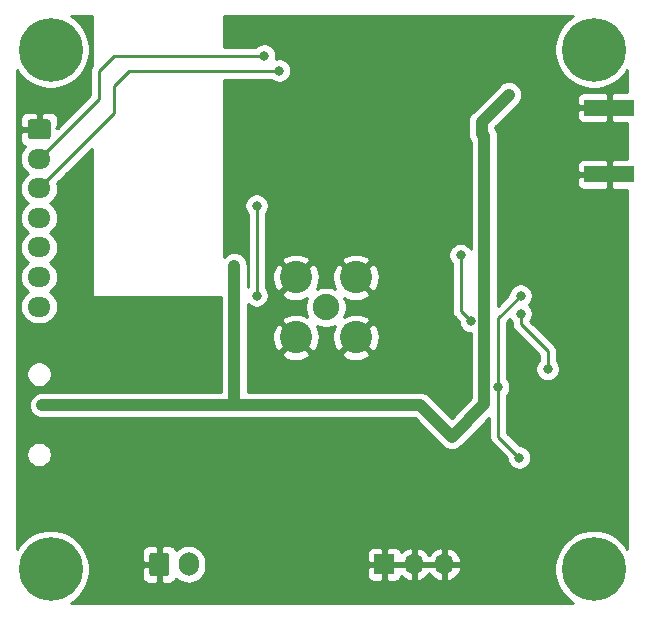
<source format=gbl>
%TF.GenerationSoftware,KiCad,Pcbnew,5.1.9+dfsg1-1*%
%TF.CreationDate,2021-06-01T22:56:34+02:00*%
%TF.ProjectId,SDR-RX,5344522d-5258-42e6-9b69-6361645f7063,rev?*%
%TF.SameCoordinates,Original*%
%TF.FileFunction,Copper,L2,Bot*%
%TF.FilePolarity,Positive*%
%FSLAX46Y46*%
G04 Gerber Fmt 4.6, Leading zero omitted, Abs format (unit mm)*
G04 Created by KiCad (PCBNEW 5.1.9+dfsg1-1) date 2021-06-01 22:56:34*
%MOMM*%
%LPD*%
G01*
G04 APERTURE LIST*
%TA.AperFunction,ComponentPad*%
%ADD10O,1.950000X1.700000*%
%TD*%
%TA.AperFunction,ComponentPad*%
%ADD11C,2.240000*%
%TD*%
%TA.AperFunction,ComponentPad*%
%ADD12C,2.740000*%
%TD*%
%TA.AperFunction,ComponentPad*%
%ADD13O,1.700000X2.000000*%
%TD*%
%TA.AperFunction,ComponentPad*%
%ADD14C,0.800000*%
%TD*%
%TA.AperFunction,ComponentPad*%
%ADD15C,5.400000*%
%TD*%
%TA.AperFunction,ComponentPad*%
%ADD16O,1.700000X1.700000*%
%TD*%
%TA.AperFunction,ComponentPad*%
%ADD17R,1.700000X1.700000*%
%TD*%
%TA.AperFunction,SMDPad,CuDef*%
%ADD18R,4.200000X1.350000*%
%TD*%
%TA.AperFunction,ViaPad*%
%ADD19C,0.800000*%
%TD*%
%TA.AperFunction,Conductor*%
%ADD20C,1.000000*%
%TD*%
%TA.AperFunction,Conductor*%
%ADD21C,0.250000*%
%TD*%
%TA.AperFunction,Conductor*%
%ADD22C,0.254000*%
%TD*%
%TA.AperFunction,Conductor*%
%ADD23C,0.100000*%
%TD*%
G04 APERTURE END LIST*
D10*
%TO.P,Program,7*%
%TO.N,Net-(J1-Pad7)*%
X112800000Y-89980000D03*
%TO.P,Program,6*%
%TO.N,Net-(J1-Pad6)*%
X112800000Y-87480000D03*
%TO.P,Program,5*%
%TO.N,Net-(C5-Pad1)*%
X112800000Y-84980000D03*
%TO.P,Program,4*%
%TO.N,Net-(J1-Pad4)*%
X112800000Y-82480000D03*
%TO.P,Program,3*%
%TO.N,Net-(J1-Pad3)*%
X112800000Y-79980000D03*
%TO.P,Program,2*%
%TO.N,Net-(J1-Pad2)*%
X112800000Y-77480000D03*
%TO.P,Program,1*%
%TO.N,GND*%
%TA.AperFunction,ComponentPad*%
G36*
G01*
X112075000Y-74130000D02*
X113525000Y-74130000D01*
G75*
G02*
X113775000Y-74380000I0J-250000D01*
G01*
X113775000Y-75580000D01*
G75*
G02*
X113525000Y-75830000I-250000J0D01*
G01*
X112075000Y-75830000D01*
G75*
G02*
X111825000Y-75580000I0J250000D01*
G01*
X111825000Y-74380000D01*
G75*
G02*
X112075000Y-74130000I250000J0D01*
G01*
G37*
%TD.AperFunction*%
%TD*%
D11*
%TO.P,SW/AM Ant.,1*%
%TO.N,Net-(C11-Pad1)*%
X137070000Y-90050000D03*
D12*
%TO.P,SW/AM Ant.,2*%
%TO.N,GND*%
X134530000Y-92590000D03*
X134530000Y-87510000D03*
X139610000Y-87510000D03*
X139610000Y-92590000D03*
%TD*%
D13*
%TO.P,Vin ,2*%
%TO.N,Net-(F1-Pad1)*%
X125460000Y-111810000D03*
%TO.P,Vin ,1*%
%TO.N,GND*%
%TA.AperFunction,ComponentPad*%
G36*
G01*
X122110000Y-112560000D02*
X122110000Y-111060000D01*
G75*
G02*
X122360000Y-110810000I250000J0D01*
G01*
X123560000Y-110810000D01*
G75*
G02*
X123810000Y-111060000I0J-250000D01*
G01*
X123810000Y-112560000D01*
G75*
G02*
X123560000Y-112810000I-250000J0D01*
G01*
X122360000Y-112810000D01*
G75*
G02*
X122110000Y-112560000I0J250000D01*
G01*
G37*
%TD.AperFunction*%
%TD*%
D14*
%TO.P,H4,1*%
%TO.N,Net-(H4-Pad1)*%
X161191891Y-66788109D03*
X159760000Y-66195000D03*
X158328109Y-66788109D03*
X157735000Y-68220000D03*
X158328109Y-69651891D03*
X159760000Y-70245000D03*
X161191891Y-69651891D03*
X161785000Y-68220000D03*
D15*
X159760000Y-68220000D03*
%TD*%
D14*
%TO.P,H3,1*%
%TO.N,Net-(H3-Pad1)*%
X161191891Y-110788109D03*
X159760000Y-110195000D03*
X158328109Y-110788109D03*
X157735000Y-112220000D03*
X158328109Y-113651891D03*
X159760000Y-114245000D03*
X161191891Y-113651891D03*
X161785000Y-112220000D03*
D15*
X159760000Y-112220000D03*
%TD*%
D14*
%TO.P,H2,1*%
%TO.N,Net-(H2-Pad1)*%
X115191891Y-110788109D03*
X113760000Y-110195000D03*
X112328109Y-110788109D03*
X111735000Y-112220000D03*
X112328109Y-113651891D03*
X113760000Y-114245000D03*
X115191891Y-113651891D03*
X115785000Y-112220000D03*
D15*
X113760000Y-112220000D03*
%TD*%
D14*
%TO.P,H1,1*%
%TO.N,Net-(H1-Pad1)*%
X115191891Y-66788109D03*
X113760000Y-66195000D03*
X112328109Y-66788109D03*
X111735000Y-68220000D03*
X112328109Y-69651891D03*
X113760000Y-70245000D03*
X115191891Y-69651891D03*
X115785000Y-68220000D03*
D15*
X113760000Y-68220000D03*
%TD*%
D16*
%TO.P,GND,3*%
%TO.N,GND*%
X147090000Y-111810000D03*
%TO.P,GND,2*%
X144550000Y-111810000D03*
D17*
%TO.P,GND,1*%
X142010000Y-111810000D03*
%TD*%
D18*
%TO.P,FM Antenna,2*%
%TO.N,GND*%
X161060000Y-73140000D03*
X161060000Y-78790000D03*
%TD*%
D19*
%TO.N,GND*%
X136930000Y-77620000D03*
X162330000Y-73048000D03*
X161060000Y-73048000D03*
X159663000Y-73048000D03*
X159790000Y-78763000D03*
X162330000Y-78763000D03*
X129437000Y-111910000D03*
X128802000Y-66444000D03*
X152805000Y-79525000D03*
X149122000Y-80541000D03*
X161060000Y-78790000D03*
X161060000Y-78790000D03*
X161060000Y-78790000D03*
X112800000Y-72540000D03*
X115340000Y-78890000D03*
X115340000Y-83970000D03*
X114070000Y-94130000D03*
X121690000Y-96670000D03*
X117880000Y-114450000D03*
X117880000Y-103020000D03*
X131850000Y-101750000D03*
X131850000Y-109370000D03*
X121690000Y-109370000D03*
X134390000Y-114450000D03*
X142010000Y-114450000D03*
X147090000Y-114450000D03*
X155980000Y-110640000D03*
X136930000Y-109370000D03*
X136930000Y-104290000D03*
X142010000Y-104290000D03*
X148360000Y-103020000D03*
X158520000Y-97940000D03*
X161060000Y-105560000D03*
X147090000Y-109370000D03*
X142010000Y-109370000D03*
X147090000Y-92860000D03*
X157250000Y-92860000D03*
X159790000Y-92860000D03*
X157250000Y-89050000D03*
X157250000Y-76350000D03*
X155980000Y-66190000D03*
X150900000Y-66190000D03*
X144550000Y-70000000D03*
X144550000Y-80160000D03*
X139470000Y-70000000D03*
X134390000Y-80160000D03*
X129310000Y-81430000D03*
X129310000Y-71270000D03*
X131850000Y-71270000D03*
X115340000Y-105560000D03*
X136930000Y-94130000D03*
X136930000Y-86510000D03*
X142010000Y-86510000D03*
X142010000Y-92860000D03*
X129945000Y-105306000D03*
X122960000Y-103020000D03*
X147090000Y-95400000D03*
X126770000Y-91590000D03*
X116610000Y-94130000D03*
X157250000Y-82700000D03*
%TO.N,+3V3*%
X113054000Y-98321000D03*
X147725000Y-100988000D03*
X152551000Y-72032000D03*
X129310000Y-86510000D03*
X150265000Y-75334000D03*
X150553564Y-89015436D03*
%TO.N,Net-(C7-Pad1)*%
X148487000Y-85621000D03*
X149376000Y-91209000D03*
%TO.N,Net-(J1-Pad3)*%
X133120000Y-70000000D03*
%TO.N,Net-(J1-Pad2)*%
X131850000Y-68730000D03*
%TO.N,Net-(Q2-Pad3)*%
X131215000Y-89050000D03*
X131215000Y-81430000D03*
%TO.N,Net-(R2-Pad2)*%
X151662000Y-96797000D03*
X153440000Y-102766000D03*
X153567000Y-89050000D03*
%TO.N,Net-(R5-Pad2)*%
X155853000Y-95273000D03*
X153567000Y-90574000D03*
%TD*%
D20*
%TO.N,+3V3*%
X147725000Y-100988000D02*
X145058000Y-98321000D01*
X129310000Y-97940000D02*
X128929000Y-98321000D01*
X129310000Y-86510000D02*
X129310000Y-97940000D01*
X128929000Y-98321000D02*
X122579000Y-98321000D01*
X145058000Y-98321000D02*
X128929000Y-98321000D01*
X150500001Y-75569001D02*
X150265000Y-75334000D01*
X150500001Y-98212999D02*
X150500001Y-75569001D01*
X147725000Y-100988000D02*
X150500001Y-98212999D01*
X150265000Y-74318000D02*
X152551000Y-72032000D01*
X150265000Y-75334000D02*
X150265000Y-74318000D01*
X122579000Y-98321000D02*
X113054000Y-98321000D01*
D21*
%TO.N,Net-(C7-Pad1)*%
X148487000Y-90320000D02*
X148487000Y-85621000D01*
X149376000Y-91209000D02*
X148487000Y-90320000D01*
%TO.N,Net-(J1-Pad3)*%
X112800000Y-79980000D02*
X115250000Y-77530000D01*
X119150000Y-73630000D02*
X119150000Y-71270000D01*
X119150000Y-71270000D02*
X120420000Y-70000000D01*
X120420000Y-70000000D02*
X129310000Y-70000000D01*
X115250000Y-77530000D02*
X119150000Y-73630000D01*
X129310000Y-70000000D02*
X130580000Y-70000000D01*
X130580000Y-70000000D02*
X131850000Y-70000000D01*
X131850000Y-70000000D02*
X133120000Y-70000000D01*
%TO.N,Net-(J1-Pad2)*%
X112800000Y-77480000D02*
X115270000Y-75010000D01*
X117880000Y-72400000D02*
X117880000Y-70000000D01*
X117880000Y-70000000D02*
X119150000Y-68730000D01*
X119150000Y-68730000D02*
X129310000Y-68730000D01*
X115270000Y-75010000D02*
X117880000Y-72400000D01*
X129310000Y-68730000D02*
X130580000Y-68730000D01*
X130580000Y-68730000D02*
X131850000Y-68730000D01*
X129310000Y-68730000D02*
X129310000Y-68730000D01*
X129310000Y-68730000D02*
X129310000Y-68730000D01*
%TO.N,Net-(Q2-Pad3)*%
X131215000Y-81430000D02*
X131215000Y-89050000D01*
%TO.N,Net-(R2-Pad2)*%
X151662000Y-96797000D02*
X151662000Y-100988000D01*
X151662000Y-100988000D02*
X153440000Y-102766000D01*
X151662000Y-90955000D02*
X151662000Y-96797000D01*
X153567000Y-89050000D02*
X151662000Y-90955000D01*
%TO.N,Net-(R5-Pad2)*%
X153567000Y-90574000D02*
X153567000Y-91463000D01*
X155853000Y-93749000D02*
X155853000Y-95273000D01*
X153567000Y-91463000D02*
X155853000Y-93749000D01*
%TO.N,Net-(C5-Pad1)*%
X112800000Y-84980000D02*
X113302000Y-84980000D01*
%TD*%
D22*
%TO.N,GND*%
X117245000Y-69575773D02*
X117174454Y-69707754D01*
X117130998Y-69851015D01*
X117116324Y-70000000D01*
X117120001Y-70037332D01*
X117120000Y-72085197D01*
X114759007Y-74446192D01*
X114758996Y-74446201D01*
X114352200Y-74852998D01*
X114251252Y-74852998D01*
X114410000Y-74694250D01*
X114413072Y-74130000D01*
X114400812Y-74005518D01*
X114364502Y-73885820D01*
X114305537Y-73775506D01*
X114226185Y-73678815D01*
X114129494Y-73599463D01*
X114019180Y-73540498D01*
X113899482Y-73504188D01*
X113775000Y-73491928D01*
X113085750Y-73495000D01*
X112927000Y-73653750D01*
X112927000Y-74853000D01*
X112947000Y-74853000D01*
X112947000Y-75107000D01*
X112927000Y-75107000D01*
X112927000Y-75127000D01*
X112673000Y-75127000D01*
X112673000Y-75107000D01*
X111348750Y-75107000D01*
X111190000Y-75265750D01*
X111186928Y-75830000D01*
X111199188Y-75954482D01*
X111235498Y-76074180D01*
X111294463Y-76184494D01*
X111373815Y-76281185D01*
X111470506Y-76360537D01*
X111580820Y-76419502D01*
X111615608Y-76430055D01*
X111434294Y-76650986D01*
X111296401Y-76908966D01*
X111211487Y-77188889D01*
X111182815Y-77480000D01*
X111211487Y-77771111D01*
X111296401Y-78051034D01*
X111434294Y-78309014D01*
X111619866Y-78535134D01*
X111845986Y-78720706D01*
X111863374Y-78730000D01*
X111845986Y-78739294D01*
X111619866Y-78924866D01*
X111434294Y-79150986D01*
X111296401Y-79408966D01*
X111211487Y-79688889D01*
X111182815Y-79980000D01*
X111211487Y-80271111D01*
X111296401Y-80551034D01*
X111434294Y-80809014D01*
X111619866Y-81035134D01*
X111845986Y-81220706D01*
X111863374Y-81230000D01*
X111845986Y-81239294D01*
X111619866Y-81424866D01*
X111434294Y-81650986D01*
X111296401Y-81908966D01*
X111211487Y-82188889D01*
X111182815Y-82480000D01*
X111211487Y-82771111D01*
X111296401Y-83051034D01*
X111434294Y-83309014D01*
X111619866Y-83535134D01*
X111845986Y-83720706D01*
X111863374Y-83730000D01*
X111845986Y-83739294D01*
X111619866Y-83924866D01*
X111434294Y-84150986D01*
X111296401Y-84408966D01*
X111211487Y-84688889D01*
X111182815Y-84980000D01*
X111211487Y-85271111D01*
X111296401Y-85551034D01*
X111434294Y-85809014D01*
X111619866Y-86035134D01*
X111845986Y-86220706D01*
X111863374Y-86230000D01*
X111845986Y-86239294D01*
X111619866Y-86424866D01*
X111434294Y-86650986D01*
X111296401Y-86908966D01*
X111211487Y-87188889D01*
X111182815Y-87480000D01*
X111211487Y-87771111D01*
X111296401Y-88051034D01*
X111434294Y-88309014D01*
X111619866Y-88535134D01*
X111845986Y-88720706D01*
X111863374Y-88730000D01*
X111845986Y-88739294D01*
X111619866Y-88924866D01*
X111434294Y-89150986D01*
X111296401Y-89408966D01*
X111211487Y-89688889D01*
X111182815Y-89980000D01*
X111211487Y-90271111D01*
X111296401Y-90551034D01*
X111434294Y-90809014D01*
X111619866Y-91035134D01*
X111845986Y-91220706D01*
X112103966Y-91358599D01*
X112383889Y-91443513D01*
X112602050Y-91465000D01*
X112997950Y-91465000D01*
X113216111Y-91443513D01*
X113496034Y-91358599D01*
X113754014Y-91220706D01*
X113980134Y-91035134D01*
X114165706Y-90809014D01*
X114303599Y-90551034D01*
X114388513Y-90271111D01*
X114417185Y-89980000D01*
X114388513Y-89688889D01*
X114303599Y-89408966D01*
X114165706Y-89150986D01*
X113980134Y-88924866D01*
X113754014Y-88739294D01*
X113736626Y-88730000D01*
X113754014Y-88720706D01*
X113980134Y-88535134D01*
X114165706Y-88309014D01*
X114303599Y-88051034D01*
X114388513Y-87771111D01*
X114417185Y-87480000D01*
X114388513Y-87188889D01*
X114303599Y-86908966D01*
X114165706Y-86650986D01*
X113980134Y-86424866D01*
X113754014Y-86239294D01*
X113736626Y-86230000D01*
X113754014Y-86220706D01*
X113980134Y-86035134D01*
X114165706Y-85809014D01*
X114303599Y-85551034D01*
X114388513Y-85271111D01*
X114417185Y-84980000D01*
X114388513Y-84688889D01*
X114303599Y-84408966D01*
X114165706Y-84150986D01*
X113980134Y-83924866D01*
X113754014Y-83739294D01*
X113736626Y-83730000D01*
X113754014Y-83720706D01*
X113980134Y-83535134D01*
X114165706Y-83309014D01*
X114303599Y-83051034D01*
X114388513Y-82771111D01*
X114417185Y-82480000D01*
X114388513Y-82188889D01*
X114303599Y-81908966D01*
X114165706Y-81650986D01*
X113980134Y-81424866D01*
X113754014Y-81239294D01*
X113736626Y-81230000D01*
X113754014Y-81220706D01*
X113980134Y-81035134D01*
X114165706Y-80809014D01*
X114303599Y-80551034D01*
X114388513Y-80271111D01*
X114417185Y-79980000D01*
X114388513Y-79688889D01*
X114336704Y-79518098D01*
X115813799Y-78041003D01*
X115813804Y-78040997D01*
X117245000Y-76609801D01*
X117245000Y-89050000D01*
X117247440Y-89074776D01*
X117254667Y-89098601D01*
X117266403Y-89120557D01*
X117282197Y-89139803D01*
X117301443Y-89155597D01*
X117323399Y-89167333D01*
X117347224Y-89174560D01*
X117372000Y-89177000D01*
X128175000Y-89177000D01*
X128175001Y-97186000D01*
X112998248Y-97186000D01*
X112831501Y-97202423D01*
X112617553Y-97267324D01*
X112420377Y-97372716D01*
X112247551Y-97514551D01*
X112105716Y-97687377D01*
X112000324Y-97884553D01*
X111935423Y-98098501D01*
X111913509Y-98321000D01*
X111935423Y-98543499D01*
X112000324Y-98757447D01*
X112105716Y-98954623D01*
X112247551Y-99127449D01*
X112420377Y-99269284D01*
X112617553Y-99374676D01*
X112831501Y-99439577D01*
X112998248Y-99456000D01*
X128873249Y-99456000D01*
X128929000Y-99461491D01*
X128984751Y-99456000D01*
X144587869Y-99456000D01*
X146883023Y-101751156D01*
X146918552Y-101794448D01*
X146961844Y-101829977D01*
X146961856Y-101829989D01*
X147091377Y-101936284D01*
X147288553Y-102041676D01*
X147502501Y-102106577D01*
X147725000Y-102128491D01*
X147947499Y-102106577D01*
X148161447Y-102041676D01*
X148358623Y-101936284D01*
X148531449Y-101794449D01*
X148566996Y-101751135D01*
X150902001Y-99416131D01*
X150902001Y-100950668D01*
X150898324Y-100988000D01*
X150912998Y-101136985D01*
X150956454Y-101280246D01*
X151027026Y-101412276D01*
X151071688Y-101466696D01*
X151122000Y-101528001D01*
X151150998Y-101551799D01*
X152405000Y-102805802D01*
X152405000Y-102867939D01*
X152444774Y-103067898D01*
X152522795Y-103256256D01*
X152636063Y-103425774D01*
X152780226Y-103569937D01*
X152949744Y-103683205D01*
X153138102Y-103761226D01*
X153338061Y-103801000D01*
X153541939Y-103801000D01*
X153741898Y-103761226D01*
X153930256Y-103683205D01*
X154099774Y-103569937D01*
X154243937Y-103425774D01*
X154357205Y-103256256D01*
X154435226Y-103067898D01*
X154475000Y-102867939D01*
X154475000Y-102664061D01*
X154435226Y-102464102D01*
X154357205Y-102275744D01*
X154243937Y-102106226D01*
X154099774Y-101962063D01*
X153930256Y-101848795D01*
X153741898Y-101770774D01*
X153541939Y-101731000D01*
X153479802Y-101731000D01*
X152422000Y-100673199D01*
X152422000Y-97500711D01*
X152465937Y-97456774D01*
X152579205Y-97287256D01*
X152657226Y-97098898D01*
X152697000Y-96898939D01*
X152697000Y-96695061D01*
X152657226Y-96495102D01*
X152579205Y-96306744D01*
X152465937Y-96137226D01*
X152422000Y-96093289D01*
X152422000Y-91269801D01*
X152643278Y-91048523D01*
X152649795Y-91064256D01*
X152763063Y-91233774D01*
X152807000Y-91277711D01*
X152807000Y-91425678D01*
X152803324Y-91463000D01*
X152807000Y-91500322D01*
X152807000Y-91500333D01*
X152815830Y-91589974D01*
X152817998Y-91611985D01*
X152861454Y-91755246D01*
X152932026Y-91887276D01*
X152990070Y-91958002D01*
X153027000Y-92003001D01*
X153055998Y-92026799D01*
X155093000Y-94063802D01*
X155093001Y-94569288D01*
X155049063Y-94613226D01*
X154935795Y-94782744D01*
X154857774Y-94971102D01*
X154818000Y-95171061D01*
X154818000Y-95374939D01*
X154857774Y-95574898D01*
X154935795Y-95763256D01*
X155049063Y-95932774D01*
X155193226Y-96076937D01*
X155362744Y-96190205D01*
X155551102Y-96268226D01*
X155751061Y-96308000D01*
X155954939Y-96308000D01*
X156154898Y-96268226D01*
X156343256Y-96190205D01*
X156512774Y-96076937D01*
X156656937Y-95932774D01*
X156770205Y-95763256D01*
X156848226Y-95574898D01*
X156888000Y-95374939D01*
X156888000Y-95171061D01*
X156848226Y-94971102D01*
X156770205Y-94782744D01*
X156656937Y-94613226D01*
X156613000Y-94569289D01*
X156613000Y-93786322D01*
X156616676Y-93748999D01*
X156613000Y-93711676D01*
X156613000Y-93711667D01*
X156602003Y-93600014D01*
X156558546Y-93456753D01*
X156487974Y-93324724D01*
X156393001Y-93208999D01*
X156364004Y-93185202D01*
X154387615Y-91208814D01*
X154484205Y-91064256D01*
X154562226Y-90875898D01*
X154602000Y-90675939D01*
X154602000Y-90472061D01*
X154562226Y-90272102D01*
X154484205Y-90083744D01*
X154370937Y-89914226D01*
X154268711Y-89812000D01*
X154370937Y-89709774D01*
X154484205Y-89540256D01*
X154562226Y-89351898D01*
X154602000Y-89151939D01*
X154602000Y-88948061D01*
X154562226Y-88748102D01*
X154484205Y-88559744D01*
X154370937Y-88390226D01*
X154226774Y-88246063D01*
X154057256Y-88132795D01*
X153868898Y-88054774D01*
X153668939Y-88015000D01*
X153465061Y-88015000D01*
X153265102Y-88054774D01*
X153076744Y-88132795D01*
X152907226Y-88246063D01*
X152763063Y-88390226D01*
X152649795Y-88559744D01*
X152571774Y-88748102D01*
X152532000Y-88948061D01*
X152532000Y-89010198D01*
X151635001Y-89907198D01*
X151635001Y-79465000D01*
X158321928Y-79465000D01*
X158334188Y-79589482D01*
X158370498Y-79709180D01*
X158429463Y-79819494D01*
X158508815Y-79916185D01*
X158605506Y-79995537D01*
X158715820Y-80054502D01*
X158835518Y-80090812D01*
X158960000Y-80103072D01*
X160774250Y-80100000D01*
X160933000Y-79941250D01*
X160933000Y-78917000D01*
X158483750Y-78917000D01*
X158325000Y-79075750D01*
X158321928Y-79465000D01*
X151635001Y-79465000D01*
X151635001Y-78115000D01*
X158321928Y-78115000D01*
X158325000Y-78504250D01*
X158483750Y-78663000D01*
X160933000Y-78663000D01*
X160933000Y-77638750D01*
X160774250Y-77480000D01*
X158960000Y-77476928D01*
X158835518Y-77489188D01*
X158715820Y-77525498D01*
X158605506Y-77584463D01*
X158508815Y-77663815D01*
X158429463Y-77760506D01*
X158370498Y-77870820D01*
X158334188Y-77990518D01*
X158321928Y-78115000D01*
X151635001Y-78115000D01*
X151635001Y-75624753D01*
X151640492Y-75569001D01*
X151618578Y-75346502D01*
X151605153Y-75302246D01*
X151553677Y-75132554D01*
X151448285Y-74935378D01*
X151400000Y-74876543D01*
X151400000Y-74788131D01*
X152373131Y-73815000D01*
X158321928Y-73815000D01*
X158334188Y-73939482D01*
X158370498Y-74059180D01*
X158429463Y-74169494D01*
X158508815Y-74266185D01*
X158605506Y-74345537D01*
X158715820Y-74404502D01*
X158835518Y-74440812D01*
X158960000Y-74453072D01*
X160774250Y-74450000D01*
X160933000Y-74291250D01*
X160933000Y-73267000D01*
X158483750Y-73267000D01*
X158325000Y-73425750D01*
X158321928Y-73815000D01*
X152373131Y-73815000D01*
X153392988Y-72795144D01*
X153499283Y-72665623D01*
X153604675Y-72468447D01*
X153605720Y-72465000D01*
X158321928Y-72465000D01*
X158325000Y-72854250D01*
X158483750Y-73013000D01*
X160933000Y-73013000D01*
X160933000Y-71988750D01*
X160774250Y-71830000D01*
X158960000Y-71826928D01*
X158835518Y-71839188D01*
X158715820Y-71875498D01*
X158605506Y-71934463D01*
X158508815Y-72013815D01*
X158429463Y-72110506D01*
X158370498Y-72220820D01*
X158334188Y-72340518D01*
X158321928Y-72465000D01*
X153605720Y-72465000D01*
X153669577Y-72254500D01*
X153691490Y-72032001D01*
X153669577Y-71809502D01*
X153604675Y-71595554D01*
X153499283Y-71398378D01*
X153357448Y-71225552D01*
X153184622Y-71083717D01*
X152987446Y-70978325D01*
X152773498Y-70913423D01*
X152550999Y-70891510D01*
X152328500Y-70913423D01*
X152114553Y-70978325D01*
X151917377Y-71083717D01*
X151787856Y-71190012D01*
X149501860Y-73476009D01*
X149458552Y-73511551D01*
X149316717Y-73684377D01*
X149211324Y-73881553D01*
X149146423Y-74095501D01*
X149136770Y-74193509D01*
X149124509Y-74318000D01*
X149130000Y-74373751D01*
X149130000Y-75278249D01*
X149124509Y-75334000D01*
X149130000Y-75389751D01*
X149146423Y-75556498D01*
X149211324Y-75770446D01*
X149316716Y-75967623D01*
X149365002Y-76026459D01*
X149365002Y-85072072D01*
X149290937Y-84961226D01*
X149146774Y-84817063D01*
X148977256Y-84703795D01*
X148788898Y-84625774D01*
X148588939Y-84586000D01*
X148385061Y-84586000D01*
X148185102Y-84625774D01*
X147996744Y-84703795D01*
X147827226Y-84817063D01*
X147683063Y-84961226D01*
X147569795Y-85130744D01*
X147491774Y-85319102D01*
X147452000Y-85519061D01*
X147452000Y-85722939D01*
X147491774Y-85922898D01*
X147569795Y-86111256D01*
X147683063Y-86280774D01*
X147727001Y-86324712D01*
X147727000Y-90282677D01*
X147723324Y-90320000D01*
X147727000Y-90357322D01*
X147727000Y-90357332D01*
X147737997Y-90468985D01*
X147762886Y-90551034D01*
X147781454Y-90612246D01*
X147852026Y-90744276D01*
X147885221Y-90784724D01*
X147946999Y-90860001D01*
X147976002Y-90883803D01*
X148341000Y-91248801D01*
X148341000Y-91310939D01*
X148380774Y-91510898D01*
X148458795Y-91699256D01*
X148572063Y-91868774D01*
X148716226Y-92012937D01*
X148885744Y-92126205D01*
X149074102Y-92204226D01*
X149274061Y-92244000D01*
X149365001Y-92244000D01*
X149365001Y-97742867D01*
X147725001Y-99382868D01*
X145899996Y-97557865D01*
X145864449Y-97514551D01*
X145691623Y-97372716D01*
X145494447Y-97267324D01*
X145280499Y-97202423D01*
X145113752Y-97186000D01*
X145113751Y-97186000D01*
X145058000Y-97180509D01*
X145002249Y-97186000D01*
X130445000Y-97186000D01*
X130445000Y-93989082D01*
X133310523Y-93989082D01*
X133450889Y-94291334D01*
X133803538Y-94469168D01*
X134184104Y-94574786D01*
X134577962Y-94604129D01*
X134969978Y-94556072D01*
X135345086Y-94432458D01*
X135609111Y-94291334D01*
X135749477Y-93989082D01*
X138390523Y-93989082D01*
X138530889Y-94291334D01*
X138883538Y-94469168D01*
X139264104Y-94574786D01*
X139657962Y-94604129D01*
X140049978Y-94556072D01*
X140425086Y-94432458D01*
X140689111Y-94291334D01*
X140829477Y-93989082D01*
X139610000Y-92769605D01*
X138390523Y-93989082D01*
X135749477Y-93989082D01*
X134530000Y-92769605D01*
X133310523Y-93989082D01*
X130445000Y-93989082D01*
X130445000Y-92637962D01*
X132515871Y-92637962D01*
X132563928Y-93029978D01*
X132687542Y-93405086D01*
X132828666Y-93669111D01*
X133130918Y-93809477D01*
X134350395Y-92590000D01*
X133130918Y-91370523D01*
X132828666Y-91510889D01*
X132650832Y-91863538D01*
X132545214Y-92244104D01*
X132515871Y-92637962D01*
X130445000Y-92637962D01*
X130445000Y-89743711D01*
X130555226Y-89853937D01*
X130724744Y-89967205D01*
X130913102Y-90045226D01*
X131113061Y-90085000D01*
X131316939Y-90085000D01*
X131516898Y-90045226D01*
X131705256Y-89967205D01*
X131874774Y-89853937D01*
X132018937Y-89709774D01*
X132132205Y-89540256D01*
X132210226Y-89351898D01*
X132250000Y-89151939D01*
X132250000Y-88948061D01*
X132242247Y-88909082D01*
X133310523Y-88909082D01*
X133450889Y-89211334D01*
X133803538Y-89389168D01*
X134184104Y-89494786D01*
X134577962Y-89524129D01*
X134969978Y-89476072D01*
X135345086Y-89352458D01*
X135491820Y-89274027D01*
X135382443Y-89538085D01*
X135315000Y-89877148D01*
X135315000Y-90222852D01*
X135382443Y-90561915D01*
X135493676Y-90830455D01*
X135256462Y-90710832D01*
X134875896Y-90605214D01*
X134482038Y-90575871D01*
X134090022Y-90623928D01*
X133714914Y-90747542D01*
X133450889Y-90888666D01*
X133310523Y-91190918D01*
X134530000Y-92410395D01*
X134544143Y-92396253D01*
X134723748Y-92575858D01*
X134709605Y-92590000D01*
X135929082Y-93809477D01*
X136231334Y-93669111D01*
X136409168Y-93316462D01*
X136514786Y-92935896D01*
X136544129Y-92542038D01*
X136496072Y-92150022D01*
X136372458Y-91774914D01*
X136294027Y-91628180D01*
X136558085Y-91737557D01*
X136897148Y-91805000D01*
X137242852Y-91805000D01*
X137581915Y-91737557D01*
X137850455Y-91626324D01*
X137730832Y-91863538D01*
X137625214Y-92244104D01*
X137595871Y-92637962D01*
X137643928Y-93029978D01*
X137767542Y-93405086D01*
X137908666Y-93669111D01*
X138210918Y-93809477D01*
X139430395Y-92590000D01*
X139789605Y-92590000D01*
X141009082Y-93809477D01*
X141311334Y-93669111D01*
X141489168Y-93316462D01*
X141594786Y-92935896D01*
X141624129Y-92542038D01*
X141576072Y-92150022D01*
X141452458Y-91774914D01*
X141311334Y-91510889D01*
X141009082Y-91370523D01*
X139789605Y-92590000D01*
X139430395Y-92590000D01*
X139416253Y-92575858D01*
X139595858Y-92396253D01*
X139610000Y-92410395D01*
X140829477Y-91190918D01*
X140689111Y-90888666D01*
X140336462Y-90710832D01*
X139955896Y-90605214D01*
X139562038Y-90575871D01*
X139170022Y-90623928D01*
X138794914Y-90747542D01*
X138648180Y-90825973D01*
X138757557Y-90561915D01*
X138825000Y-90222852D01*
X138825000Y-89877148D01*
X138757557Y-89538085D01*
X138646324Y-89269545D01*
X138883538Y-89389168D01*
X139264104Y-89494786D01*
X139657962Y-89524129D01*
X140049978Y-89476072D01*
X140425086Y-89352458D01*
X140689111Y-89211334D01*
X140829477Y-88909082D01*
X139610000Y-87689605D01*
X139595858Y-87703748D01*
X139416253Y-87524143D01*
X139430395Y-87510000D01*
X139789605Y-87510000D01*
X141009082Y-88729477D01*
X141311334Y-88589111D01*
X141489168Y-88236462D01*
X141594786Y-87855896D01*
X141624129Y-87462038D01*
X141576072Y-87070022D01*
X141452458Y-86694914D01*
X141311334Y-86430889D01*
X141009082Y-86290523D01*
X139789605Y-87510000D01*
X139430395Y-87510000D01*
X138210918Y-86290523D01*
X137908666Y-86430889D01*
X137730832Y-86783538D01*
X137625214Y-87164104D01*
X137595871Y-87557962D01*
X137643928Y-87949978D01*
X137767542Y-88325086D01*
X137845973Y-88471820D01*
X137581915Y-88362443D01*
X137242852Y-88295000D01*
X136897148Y-88295000D01*
X136558085Y-88362443D01*
X136289545Y-88473676D01*
X136409168Y-88236462D01*
X136514786Y-87855896D01*
X136544129Y-87462038D01*
X136496072Y-87070022D01*
X136372458Y-86694914D01*
X136231334Y-86430889D01*
X135929082Y-86290523D01*
X134709605Y-87510000D01*
X134723748Y-87524143D01*
X134544143Y-87703748D01*
X134530000Y-87689605D01*
X133310523Y-88909082D01*
X132242247Y-88909082D01*
X132210226Y-88748102D01*
X132132205Y-88559744D01*
X132018937Y-88390226D01*
X131975000Y-88346289D01*
X131975000Y-87557962D01*
X132515871Y-87557962D01*
X132563928Y-87949978D01*
X132687542Y-88325086D01*
X132828666Y-88589111D01*
X133130918Y-88729477D01*
X134350395Y-87510000D01*
X133130918Y-86290523D01*
X132828666Y-86430889D01*
X132650832Y-86783538D01*
X132545214Y-87164104D01*
X132515871Y-87557962D01*
X131975000Y-87557962D01*
X131975000Y-86110918D01*
X133310523Y-86110918D01*
X134530000Y-87330395D01*
X135749477Y-86110918D01*
X138390523Y-86110918D01*
X139610000Y-87330395D01*
X140829477Y-86110918D01*
X140689111Y-85808666D01*
X140336462Y-85630832D01*
X139955896Y-85525214D01*
X139562038Y-85495871D01*
X139170022Y-85543928D01*
X138794914Y-85667542D01*
X138530889Y-85808666D01*
X138390523Y-86110918D01*
X135749477Y-86110918D01*
X135609111Y-85808666D01*
X135256462Y-85630832D01*
X134875896Y-85525214D01*
X134482038Y-85495871D01*
X134090022Y-85543928D01*
X133714914Y-85667542D01*
X133450889Y-85808666D01*
X133310523Y-86110918D01*
X131975000Y-86110918D01*
X131975000Y-82133711D01*
X132018937Y-82089774D01*
X132132205Y-81920256D01*
X132210226Y-81731898D01*
X132250000Y-81531939D01*
X132250000Y-81328061D01*
X132210226Y-81128102D01*
X132132205Y-80939744D01*
X132018937Y-80770226D01*
X131874774Y-80626063D01*
X131705256Y-80512795D01*
X131516898Y-80434774D01*
X131316939Y-80395000D01*
X131113061Y-80395000D01*
X130913102Y-80434774D01*
X130724744Y-80512795D01*
X130555226Y-80626063D01*
X130411063Y-80770226D01*
X130297795Y-80939744D01*
X130219774Y-81128102D01*
X130180000Y-81328061D01*
X130180000Y-81531939D01*
X130219774Y-81731898D01*
X130297795Y-81920256D01*
X130411063Y-82089774D01*
X130455000Y-82133711D01*
X130455001Y-88346288D01*
X130445000Y-88356289D01*
X130445000Y-86454248D01*
X130428577Y-86287501D01*
X130363676Y-86073553D01*
X130258284Y-85876377D01*
X130116449Y-85703551D01*
X129943623Y-85561716D01*
X129746446Y-85456324D01*
X129532498Y-85391423D01*
X129310000Y-85369509D01*
X129087501Y-85391423D01*
X128873553Y-85456324D01*
X128676377Y-85561716D01*
X128503551Y-85703551D01*
X128421000Y-85804139D01*
X128421000Y-70760000D01*
X132416289Y-70760000D01*
X132460226Y-70803937D01*
X132629744Y-70917205D01*
X132818102Y-70995226D01*
X133018061Y-71035000D01*
X133221939Y-71035000D01*
X133421898Y-70995226D01*
X133610256Y-70917205D01*
X133779774Y-70803937D01*
X133923937Y-70659774D01*
X134037205Y-70490256D01*
X134115226Y-70301898D01*
X134155000Y-70101939D01*
X134155000Y-69898061D01*
X134115226Y-69698102D01*
X134037205Y-69509744D01*
X133923937Y-69340226D01*
X133779774Y-69196063D01*
X133610256Y-69082795D01*
X133421898Y-69004774D01*
X133221939Y-68965000D01*
X133018061Y-68965000D01*
X132851961Y-68998039D01*
X132885000Y-68831939D01*
X132885000Y-68628061D01*
X132845226Y-68428102D01*
X132767205Y-68239744D01*
X132653937Y-68070226D01*
X132509774Y-67926063D01*
X132340256Y-67812795D01*
X132151898Y-67734774D01*
X131951939Y-67695000D01*
X131748061Y-67695000D01*
X131548102Y-67734774D01*
X131359744Y-67812795D01*
X131190226Y-67926063D01*
X131146289Y-67970000D01*
X128421000Y-67970000D01*
X128421000Y-65380000D01*
X158007518Y-65380000D01*
X157634061Y-65629536D01*
X157169536Y-66094061D01*
X156804561Y-66640285D01*
X156553162Y-67247216D01*
X156425000Y-67891531D01*
X156425000Y-68548469D01*
X156553162Y-69192784D01*
X156804561Y-69799715D01*
X157169536Y-70345939D01*
X157634061Y-70810464D01*
X158180285Y-71175439D01*
X158787216Y-71426838D01*
X159431531Y-71555000D01*
X160088469Y-71555000D01*
X160732784Y-71426838D01*
X161339715Y-71175439D01*
X161885939Y-70810464D01*
X162350464Y-70345939D01*
X162600001Y-69972480D01*
X162600001Y-71827876D01*
X161345750Y-71830000D01*
X161187000Y-71988750D01*
X161187000Y-73013000D01*
X161207000Y-73013000D01*
X161207000Y-73267000D01*
X161187000Y-73267000D01*
X161187000Y-74291250D01*
X161345750Y-74450000D01*
X162600001Y-74452124D01*
X162600001Y-77477876D01*
X161345750Y-77480000D01*
X161187000Y-77638750D01*
X161187000Y-78663000D01*
X161207000Y-78663000D01*
X161207000Y-78917000D01*
X161187000Y-78917000D01*
X161187000Y-79941250D01*
X161345750Y-80100000D01*
X162600001Y-80102124D01*
X162600000Y-110467518D01*
X162350464Y-110094061D01*
X161885939Y-109629536D01*
X161339715Y-109264561D01*
X160732784Y-109013162D01*
X160088469Y-108885000D01*
X159431531Y-108885000D01*
X158787216Y-109013162D01*
X158180285Y-109264561D01*
X157634061Y-109629536D01*
X157169536Y-110094061D01*
X156804561Y-110640285D01*
X156553162Y-111247216D01*
X156425000Y-111891531D01*
X156425000Y-112548469D01*
X156553162Y-113192784D01*
X156804561Y-113799715D01*
X157169536Y-114345939D01*
X157634061Y-114810464D01*
X158007518Y-115060000D01*
X115512482Y-115060000D01*
X115885939Y-114810464D01*
X116350464Y-114345939D01*
X116715439Y-113799715D01*
X116966838Y-113192784D01*
X117042978Y-112810000D01*
X121471928Y-112810000D01*
X121484188Y-112934482D01*
X121520498Y-113054180D01*
X121579463Y-113164494D01*
X121658815Y-113261185D01*
X121755506Y-113340537D01*
X121865820Y-113399502D01*
X121985518Y-113435812D01*
X122110000Y-113448072D01*
X122674250Y-113445000D01*
X122833000Y-113286250D01*
X122833000Y-111937000D01*
X121633750Y-111937000D01*
X121475000Y-112095750D01*
X121471928Y-112810000D01*
X117042978Y-112810000D01*
X117095000Y-112548469D01*
X117095000Y-111891531D01*
X116966838Y-111247216D01*
X116785738Y-110810000D01*
X121471928Y-110810000D01*
X121475000Y-111524250D01*
X121633750Y-111683000D01*
X122833000Y-111683000D01*
X122833000Y-110333750D01*
X123087000Y-110333750D01*
X123087000Y-111683000D01*
X123107000Y-111683000D01*
X123107000Y-111937000D01*
X123087000Y-111937000D01*
X123087000Y-113286250D01*
X123245750Y-113445000D01*
X123810000Y-113448072D01*
X123934482Y-113435812D01*
X124054180Y-113399502D01*
X124164494Y-113340537D01*
X124261185Y-113261185D01*
X124340537Y-113164494D01*
X124399502Y-113054180D01*
X124410055Y-113019392D01*
X124630987Y-113200706D01*
X124888967Y-113338599D01*
X125168890Y-113423513D01*
X125460000Y-113452185D01*
X125751111Y-113423513D01*
X126031034Y-113338599D01*
X126289014Y-113200706D01*
X126515134Y-113015134D01*
X126700706Y-112789014D01*
X126769665Y-112660000D01*
X140521928Y-112660000D01*
X140534188Y-112784482D01*
X140570498Y-112904180D01*
X140629463Y-113014494D01*
X140708815Y-113111185D01*
X140805506Y-113190537D01*
X140915820Y-113249502D01*
X141035518Y-113285812D01*
X141160000Y-113298072D01*
X141724250Y-113295000D01*
X141883000Y-113136250D01*
X141883000Y-111937000D01*
X142137000Y-111937000D01*
X142137000Y-113136250D01*
X142295750Y-113295000D01*
X142860000Y-113298072D01*
X142984482Y-113285812D01*
X143104180Y-113249502D01*
X143214494Y-113190537D01*
X143311185Y-113111185D01*
X143390537Y-113014494D01*
X143449502Y-112904180D01*
X143473966Y-112823534D01*
X143549731Y-112907588D01*
X143783080Y-113081641D01*
X144045901Y-113206825D01*
X144193110Y-113251476D01*
X144423000Y-113130155D01*
X144423000Y-111937000D01*
X144677000Y-111937000D01*
X144677000Y-113130155D01*
X144906890Y-113251476D01*
X145054099Y-113206825D01*
X145316920Y-113081641D01*
X145550269Y-112907588D01*
X145745178Y-112691355D01*
X145820000Y-112565745D01*
X145894822Y-112691355D01*
X146089731Y-112907588D01*
X146323080Y-113081641D01*
X146585901Y-113206825D01*
X146733110Y-113251476D01*
X146963000Y-113130155D01*
X146963000Y-111937000D01*
X147217000Y-111937000D01*
X147217000Y-113130155D01*
X147446890Y-113251476D01*
X147594099Y-113206825D01*
X147856920Y-113081641D01*
X148090269Y-112907588D01*
X148285178Y-112691355D01*
X148434157Y-112441252D01*
X148531481Y-112166891D01*
X148410814Y-111937000D01*
X147217000Y-111937000D01*
X146963000Y-111937000D01*
X144677000Y-111937000D01*
X144423000Y-111937000D01*
X142137000Y-111937000D01*
X141883000Y-111937000D01*
X140683750Y-111937000D01*
X140525000Y-112095750D01*
X140521928Y-112660000D01*
X126769665Y-112660000D01*
X126838599Y-112531033D01*
X126923513Y-112251110D01*
X126945000Y-112032949D01*
X126945000Y-111587050D01*
X126923513Y-111368889D01*
X126838599Y-111088966D01*
X126769666Y-110960000D01*
X140521928Y-110960000D01*
X140525000Y-111524250D01*
X140683750Y-111683000D01*
X141883000Y-111683000D01*
X141883000Y-110483750D01*
X142137000Y-110483750D01*
X142137000Y-111683000D01*
X144423000Y-111683000D01*
X144423000Y-110489845D01*
X144677000Y-110489845D01*
X144677000Y-111683000D01*
X146963000Y-111683000D01*
X146963000Y-110489845D01*
X147217000Y-110489845D01*
X147217000Y-111683000D01*
X148410814Y-111683000D01*
X148531481Y-111453109D01*
X148434157Y-111178748D01*
X148285178Y-110928645D01*
X148090269Y-110712412D01*
X147856920Y-110538359D01*
X147594099Y-110413175D01*
X147446890Y-110368524D01*
X147217000Y-110489845D01*
X146963000Y-110489845D01*
X146733110Y-110368524D01*
X146585901Y-110413175D01*
X146323080Y-110538359D01*
X146089731Y-110712412D01*
X145894822Y-110928645D01*
X145820000Y-111054255D01*
X145745178Y-110928645D01*
X145550269Y-110712412D01*
X145316920Y-110538359D01*
X145054099Y-110413175D01*
X144906890Y-110368524D01*
X144677000Y-110489845D01*
X144423000Y-110489845D01*
X144193110Y-110368524D01*
X144045901Y-110413175D01*
X143783080Y-110538359D01*
X143549731Y-110712412D01*
X143473966Y-110796466D01*
X143449502Y-110715820D01*
X143390537Y-110605506D01*
X143311185Y-110508815D01*
X143214494Y-110429463D01*
X143104180Y-110370498D01*
X142984482Y-110334188D01*
X142860000Y-110321928D01*
X142295750Y-110325000D01*
X142137000Y-110483750D01*
X141883000Y-110483750D01*
X141724250Y-110325000D01*
X141160000Y-110321928D01*
X141035518Y-110334188D01*
X140915820Y-110370498D01*
X140805506Y-110429463D01*
X140708815Y-110508815D01*
X140629463Y-110605506D01*
X140570498Y-110715820D01*
X140534188Y-110835518D01*
X140521928Y-110960000D01*
X126769666Y-110960000D01*
X126700706Y-110830986D01*
X126515134Y-110604866D01*
X126289013Y-110419294D01*
X126031033Y-110281401D01*
X125751110Y-110196487D01*
X125460000Y-110167815D01*
X125168889Y-110196487D01*
X124888966Y-110281401D01*
X124630986Y-110419294D01*
X124410055Y-110600608D01*
X124399502Y-110565820D01*
X124340537Y-110455506D01*
X124261185Y-110358815D01*
X124164494Y-110279463D01*
X124054180Y-110220498D01*
X123934482Y-110184188D01*
X123810000Y-110171928D01*
X123245750Y-110175000D01*
X123087000Y-110333750D01*
X122833000Y-110333750D01*
X122674250Y-110175000D01*
X122110000Y-110171928D01*
X121985518Y-110184188D01*
X121865820Y-110220498D01*
X121755506Y-110279463D01*
X121658815Y-110358815D01*
X121579463Y-110455506D01*
X121520498Y-110565820D01*
X121484188Y-110685518D01*
X121471928Y-110810000D01*
X116785738Y-110810000D01*
X116715439Y-110640285D01*
X116350464Y-110094061D01*
X115885939Y-109629536D01*
X115339715Y-109264561D01*
X114732784Y-109013162D01*
X114088469Y-108885000D01*
X113431531Y-108885000D01*
X112787216Y-109013162D01*
X112180285Y-109264561D01*
X111634061Y-109629536D01*
X111169536Y-110094061D01*
X110920000Y-110467518D01*
X110920000Y-102403137D01*
X111715000Y-102403137D01*
X111715000Y-102616863D01*
X111756696Y-102826483D01*
X111838485Y-103023940D01*
X111957225Y-103201647D01*
X112108353Y-103352775D01*
X112286060Y-103471515D01*
X112483517Y-103553304D01*
X112693137Y-103595000D01*
X112906863Y-103595000D01*
X113116483Y-103553304D01*
X113313940Y-103471515D01*
X113491647Y-103352775D01*
X113642775Y-103201647D01*
X113761515Y-103023940D01*
X113843304Y-102826483D01*
X113885000Y-102616863D01*
X113885000Y-102403137D01*
X113843304Y-102193517D01*
X113761515Y-101996060D01*
X113642775Y-101818353D01*
X113491647Y-101667225D01*
X113313940Y-101548485D01*
X113116483Y-101466696D01*
X112906863Y-101425000D01*
X112693137Y-101425000D01*
X112483517Y-101466696D01*
X112286060Y-101548485D01*
X112108353Y-101667225D01*
X111957225Y-101818353D01*
X111838485Y-101996060D01*
X111756696Y-102193517D01*
X111715000Y-102403137D01*
X110920000Y-102403137D01*
X110920000Y-95603137D01*
X111715000Y-95603137D01*
X111715000Y-95816863D01*
X111756696Y-96026483D01*
X111838485Y-96223940D01*
X111957225Y-96401647D01*
X112108353Y-96552775D01*
X112286060Y-96671515D01*
X112483517Y-96753304D01*
X112693137Y-96795000D01*
X112906863Y-96795000D01*
X113116483Y-96753304D01*
X113313940Y-96671515D01*
X113491647Y-96552775D01*
X113642775Y-96401647D01*
X113761515Y-96223940D01*
X113843304Y-96026483D01*
X113885000Y-95816863D01*
X113885000Y-95603137D01*
X113843304Y-95393517D01*
X113761515Y-95196060D01*
X113642775Y-95018353D01*
X113491647Y-94867225D01*
X113313940Y-94748485D01*
X113116483Y-94666696D01*
X112906863Y-94625000D01*
X112693137Y-94625000D01*
X112483517Y-94666696D01*
X112286060Y-94748485D01*
X112108353Y-94867225D01*
X111957225Y-95018353D01*
X111838485Y-95196060D01*
X111756696Y-95393517D01*
X111715000Y-95603137D01*
X110920000Y-95603137D01*
X110920000Y-74130000D01*
X111186928Y-74130000D01*
X111190000Y-74694250D01*
X111348750Y-74853000D01*
X112673000Y-74853000D01*
X112673000Y-73653750D01*
X112514250Y-73495000D01*
X111825000Y-73491928D01*
X111700518Y-73504188D01*
X111580820Y-73540498D01*
X111470506Y-73599463D01*
X111373815Y-73678815D01*
X111294463Y-73775506D01*
X111235498Y-73885820D01*
X111199188Y-74005518D01*
X111186928Y-74130000D01*
X110920000Y-74130000D01*
X110920000Y-69972482D01*
X111169536Y-70345939D01*
X111634061Y-70810464D01*
X112180285Y-71175439D01*
X112787216Y-71426838D01*
X113431531Y-71555000D01*
X114088469Y-71555000D01*
X114732784Y-71426838D01*
X115339715Y-71175439D01*
X115885939Y-70810464D01*
X116350464Y-70345939D01*
X116715439Y-69799715D01*
X116966838Y-69192784D01*
X117095000Y-68548469D01*
X117095000Y-67891531D01*
X116966838Y-67247216D01*
X116715439Y-66640285D01*
X116350464Y-66094061D01*
X115885939Y-65629536D01*
X115512482Y-65380000D01*
X117245000Y-65380000D01*
X117245000Y-69575773D01*
%TA.AperFunction,Conductor*%
D23*
G36*
X117245000Y-69575773D02*
G01*
X117174454Y-69707754D01*
X117130998Y-69851015D01*
X117116324Y-70000000D01*
X117120001Y-70037332D01*
X117120000Y-72085197D01*
X114759007Y-74446192D01*
X114758996Y-74446201D01*
X114352200Y-74852998D01*
X114251252Y-74852998D01*
X114410000Y-74694250D01*
X114413072Y-74130000D01*
X114400812Y-74005518D01*
X114364502Y-73885820D01*
X114305537Y-73775506D01*
X114226185Y-73678815D01*
X114129494Y-73599463D01*
X114019180Y-73540498D01*
X113899482Y-73504188D01*
X113775000Y-73491928D01*
X113085750Y-73495000D01*
X112927000Y-73653750D01*
X112927000Y-74853000D01*
X112947000Y-74853000D01*
X112947000Y-75107000D01*
X112927000Y-75107000D01*
X112927000Y-75127000D01*
X112673000Y-75127000D01*
X112673000Y-75107000D01*
X111348750Y-75107000D01*
X111190000Y-75265750D01*
X111186928Y-75830000D01*
X111199188Y-75954482D01*
X111235498Y-76074180D01*
X111294463Y-76184494D01*
X111373815Y-76281185D01*
X111470506Y-76360537D01*
X111580820Y-76419502D01*
X111615608Y-76430055D01*
X111434294Y-76650986D01*
X111296401Y-76908966D01*
X111211487Y-77188889D01*
X111182815Y-77480000D01*
X111211487Y-77771111D01*
X111296401Y-78051034D01*
X111434294Y-78309014D01*
X111619866Y-78535134D01*
X111845986Y-78720706D01*
X111863374Y-78730000D01*
X111845986Y-78739294D01*
X111619866Y-78924866D01*
X111434294Y-79150986D01*
X111296401Y-79408966D01*
X111211487Y-79688889D01*
X111182815Y-79980000D01*
X111211487Y-80271111D01*
X111296401Y-80551034D01*
X111434294Y-80809014D01*
X111619866Y-81035134D01*
X111845986Y-81220706D01*
X111863374Y-81230000D01*
X111845986Y-81239294D01*
X111619866Y-81424866D01*
X111434294Y-81650986D01*
X111296401Y-81908966D01*
X111211487Y-82188889D01*
X111182815Y-82480000D01*
X111211487Y-82771111D01*
X111296401Y-83051034D01*
X111434294Y-83309014D01*
X111619866Y-83535134D01*
X111845986Y-83720706D01*
X111863374Y-83730000D01*
X111845986Y-83739294D01*
X111619866Y-83924866D01*
X111434294Y-84150986D01*
X111296401Y-84408966D01*
X111211487Y-84688889D01*
X111182815Y-84980000D01*
X111211487Y-85271111D01*
X111296401Y-85551034D01*
X111434294Y-85809014D01*
X111619866Y-86035134D01*
X111845986Y-86220706D01*
X111863374Y-86230000D01*
X111845986Y-86239294D01*
X111619866Y-86424866D01*
X111434294Y-86650986D01*
X111296401Y-86908966D01*
X111211487Y-87188889D01*
X111182815Y-87480000D01*
X111211487Y-87771111D01*
X111296401Y-88051034D01*
X111434294Y-88309014D01*
X111619866Y-88535134D01*
X111845986Y-88720706D01*
X111863374Y-88730000D01*
X111845986Y-88739294D01*
X111619866Y-88924866D01*
X111434294Y-89150986D01*
X111296401Y-89408966D01*
X111211487Y-89688889D01*
X111182815Y-89980000D01*
X111211487Y-90271111D01*
X111296401Y-90551034D01*
X111434294Y-90809014D01*
X111619866Y-91035134D01*
X111845986Y-91220706D01*
X112103966Y-91358599D01*
X112383889Y-91443513D01*
X112602050Y-91465000D01*
X112997950Y-91465000D01*
X113216111Y-91443513D01*
X113496034Y-91358599D01*
X113754014Y-91220706D01*
X113980134Y-91035134D01*
X114165706Y-90809014D01*
X114303599Y-90551034D01*
X114388513Y-90271111D01*
X114417185Y-89980000D01*
X114388513Y-89688889D01*
X114303599Y-89408966D01*
X114165706Y-89150986D01*
X113980134Y-88924866D01*
X113754014Y-88739294D01*
X113736626Y-88730000D01*
X113754014Y-88720706D01*
X113980134Y-88535134D01*
X114165706Y-88309014D01*
X114303599Y-88051034D01*
X114388513Y-87771111D01*
X114417185Y-87480000D01*
X114388513Y-87188889D01*
X114303599Y-86908966D01*
X114165706Y-86650986D01*
X113980134Y-86424866D01*
X113754014Y-86239294D01*
X113736626Y-86230000D01*
X113754014Y-86220706D01*
X113980134Y-86035134D01*
X114165706Y-85809014D01*
X114303599Y-85551034D01*
X114388513Y-85271111D01*
X114417185Y-84980000D01*
X114388513Y-84688889D01*
X114303599Y-84408966D01*
X114165706Y-84150986D01*
X113980134Y-83924866D01*
X113754014Y-83739294D01*
X113736626Y-83730000D01*
X113754014Y-83720706D01*
X113980134Y-83535134D01*
X114165706Y-83309014D01*
X114303599Y-83051034D01*
X114388513Y-82771111D01*
X114417185Y-82480000D01*
X114388513Y-82188889D01*
X114303599Y-81908966D01*
X114165706Y-81650986D01*
X113980134Y-81424866D01*
X113754014Y-81239294D01*
X113736626Y-81230000D01*
X113754014Y-81220706D01*
X113980134Y-81035134D01*
X114165706Y-80809014D01*
X114303599Y-80551034D01*
X114388513Y-80271111D01*
X114417185Y-79980000D01*
X114388513Y-79688889D01*
X114336704Y-79518098D01*
X115813799Y-78041003D01*
X115813804Y-78040997D01*
X117245000Y-76609801D01*
X117245000Y-89050000D01*
X117247440Y-89074776D01*
X117254667Y-89098601D01*
X117266403Y-89120557D01*
X117282197Y-89139803D01*
X117301443Y-89155597D01*
X117323399Y-89167333D01*
X117347224Y-89174560D01*
X117372000Y-89177000D01*
X128175000Y-89177000D01*
X128175001Y-97186000D01*
X112998248Y-97186000D01*
X112831501Y-97202423D01*
X112617553Y-97267324D01*
X112420377Y-97372716D01*
X112247551Y-97514551D01*
X112105716Y-97687377D01*
X112000324Y-97884553D01*
X111935423Y-98098501D01*
X111913509Y-98321000D01*
X111935423Y-98543499D01*
X112000324Y-98757447D01*
X112105716Y-98954623D01*
X112247551Y-99127449D01*
X112420377Y-99269284D01*
X112617553Y-99374676D01*
X112831501Y-99439577D01*
X112998248Y-99456000D01*
X128873249Y-99456000D01*
X128929000Y-99461491D01*
X128984751Y-99456000D01*
X144587869Y-99456000D01*
X146883023Y-101751156D01*
X146918552Y-101794448D01*
X146961844Y-101829977D01*
X146961856Y-101829989D01*
X147091377Y-101936284D01*
X147288553Y-102041676D01*
X147502501Y-102106577D01*
X147725000Y-102128491D01*
X147947499Y-102106577D01*
X148161447Y-102041676D01*
X148358623Y-101936284D01*
X148531449Y-101794449D01*
X148566996Y-101751135D01*
X150902001Y-99416131D01*
X150902001Y-100950668D01*
X150898324Y-100988000D01*
X150912998Y-101136985D01*
X150956454Y-101280246D01*
X151027026Y-101412276D01*
X151071688Y-101466696D01*
X151122000Y-101528001D01*
X151150998Y-101551799D01*
X152405000Y-102805802D01*
X152405000Y-102867939D01*
X152444774Y-103067898D01*
X152522795Y-103256256D01*
X152636063Y-103425774D01*
X152780226Y-103569937D01*
X152949744Y-103683205D01*
X153138102Y-103761226D01*
X153338061Y-103801000D01*
X153541939Y-103801000D01*
X153741898Y-103761226D01*
X153930256Y-103683205D01*
X154099774Y-103569937D01*
X154243937Y-103425774D01*
X154357205Y-103256256D01*
X154435226Y-103067898D01*
X154475000Y-102867939D01*
X154475000Y-102664061D01*
X154435226Y-102464102D01*
X154357205Y-102275744D01*
X154243937Y-102106226D01*
X154099774Y-101962063D01*
X153930256Y-101848795D01*
X153741898Y-101770774D01*
X153541939Y-101731000D01*
X153479802Y-101731000D01*
X152422000Y-100673199D01*
X152422000Y-97500711D01*
X152465937Y-97456774D01*
X152579205Y-97287256D01*
X152657226Y-97098898D01*
X152697000Y-96898939D01*
X152697000Y-96695061D01*
X152657226Y-96495102D01*
X152579205Y-96306744D01*
X152465937Y-96137226D01*
X152422000Y-96093289D01*
X152422000Y-91269801D01*
X152643278Y-91048523D01*
X152649795Y-91064256D01*
X152763063Y-91233774D01*
X152807000Y-91277711D01*
X152807000Y-91425678D01*
X152803324Y-91463000D01*
X152807000Y-91500322D01*
X152807000Y-91500333D01*
X152815830Y-91589974D01*
X152817998Y-91611985D01*
X152861454Y-91755246D01*
X152932026Y-91887276D01*
X152990070Y-91958002D01*
X153027000Y-92003001D01*
X153055998Y-92026799D01*
X155093000Y-94063802D01*
X155093001Y-94569288D01*
X155049063Y-94613226D01*
X154935795Y-94782744D01*
X154857774Y-94971102D01*
X154818000Y-95171061D01*
X154818000Y-95374939D01*
X154857774Y-95574898D01*
X154935795Y-95763256D01*
X155049063Y-95932774D01*
X155193226Y-96076937D01*
X155362744Y-96190205D01*
X155551102Y-96268226D01*
X155751061Y-96308000D01*
X155954939Y-96308000D01*
X156154898Y-96268226D01*
X156343256Y-96190205D01*
X156512774Y-96076937D01*
X156656937Y-95932774D01*
X156770205Y-95763256D01*
X156848226Y-95574898D01*
X156888000Y-95374939D01*
X156888000Y-95171061D01*
X156848226Y-94971102D01*
X156770205Y-94782744D01*
X156656937Y-94613226D01*
X156613000Y-94569289D01*
X156613000Y-93786322D01*
X156616676Y-93748999D01*
X156613000Y-93711676D01*
X156613000Y-93711667D01*
X156602003Y-93600014D01*
X156558546Y-93456753D01*
X156487974Y-93324724D01*
X156393001Y-93208999D01*
X156364004Y-93185202D01*
X154387615Y-91208814D01*
X154484205Y-91064256D01*
X154562226Y-90875898D01*
X154602000Y-90675939D01*
X154602000Y-90472061D01*
X154562226Y-90272102D01*
X154484205Y-90083744D01*
X154370937Y-89914226D01*
X154268711Y-89812000D01*
X154370937Y-89709774D01*
X154484205Y-89540256D01*
X154562226Y-89351898D01*
X154602000Y-89151939D01*
X154602000Y-88948061D01*
X154562226Y-88748102D01*
X154484205Y-88559744D01*
X154370937Y-88390226D01*
X154226774Y-88246063D01*
X154057256Y-88132795D01*
X153868898Y-88054774D01*
X153668939Y-88015000D01*
X153465061Y-88015000D01*
X153265102Y-88054774D01*
X153076744Y-88132795D01*
X152907226Y-88246063D01*
X152763063Y-88390226D01*
X152649795Y-88559744D01*
X152571774Y-88748102D01*
X152532000Y-88948061D01*
X152532000Y-89010198D01*
X151635001Y-89907198D01*
X151635001Y-79465000D01*
X158321928Y-79465000D01*
X158334188Y-79589482D01*
X158370498Y-79709180D01*
X158429463Y-79819494D01*
X158508815Y-79916185D01*
X158605506Y-79995537D01*
X158715820Y-80054502D01*
X158835518Y-80090812D01*
X158960000Y-80103072D01*
X160774250Y-80100000D01*
X160933000Y-79941250D01*
X160933000Y-78917000D01*
X158483750Y-78917000D01*
X158325000Y-79075750D01*
X158321928Y-79465000D01*
X151635001Y-79465000D01*
X151635001Y-78115000D01*
X158321928Y-78115000D01*
X158325000Y-78504250D01*
X158483750Y-78663000D01*
X160933000Y-78663000D01*
X160933000Y-77638750D01*
X160774250Y-77480000D01*
X158960000Y-77476928D01*
X158835518Y-77489188D01*
X158715820Y-77525498D01*
X158605506Y-77584463D01*
X158508815Y-77663815D01*
X158429463Y-77760506D01*
X158370498Y-77870820D01*
X158334188Y-77990518D01*
X158321928Y-78115000D01*
X151635001Y-78115000D01*
X151635001Y-75624753D01*
X151640492Y-75569001D01*
X151618578Y-75346502D01*
X151605153Y-75302246D01*
X151553677Y-75132554D01*
X151448285Y-74935378D01*
X151400000Y-74876543D01*
X151400000Y-74788131D01*
X152373131Y-73815000D01*
X158321928Y-73815000D01*
X158334188Y-73939482D01*
X158370498Y-74059180D01*
X158429463Y-74169494D01*
X158508815Y-74266185D01*
X158605506Y-74345537D01*
X158715820Y-74404502D01*
X158835518Y-74440812D01*
X158960000Y-74453072D01*
X160774250Y-74450000D01*
X160933000Y-74291250D01*
X160933000Y-73267000D01*
X158483750Y-73267000D01*
X158325000Y-73425750D01*
X158321928Y-73815000D01*
X152373131Y-73815000D01*
X153392988Y-72795144D01*
X153499283Y-72665623D01*
X153604675Y-72468447D01*
X153605720Y-72465000D01*
X158321928Y-72465000D01*
X158325000Y-72854250D01*
X158483750Y-73013000D01*
X160933000Y-73013000D01*
X160933000Y-71988750D01*
X160774250Y-71830000D01*
X158960000Y-71826928D01*
X158835518Y-71839188D01*
X158715820Y-71875498D01*
X158605506Y-71934463D01*
X158508815Y-72013815D01*
X158429463Y-72110506D01*
X158370498Y-72220820D01*
X158334188Y-72340518D01*
X158321928Y-72465000D01*
X153605720Y-72465000D01*
X153669577Y-72254500D01*
X153691490Y-72032001D01*
X153669577Y-71809502D01*
X153604675Y-71595554D01*
X153499283Y-71398378D01*
X153357448Y-71225552D01*
X153184622Y-71083717D01*
X152987446Y-70978325D01*
X152773498Y-70913423D01*
X152550999Y-70891510D01*
X152328500Y-70913423D01*
X152114553Y-70978325D01*
X151917377Y-71083717D01*
X151787856Y-71190012D01*
X149501860Y-73476009D01*
X149458552Y-73511551D01*
X149316717Y-73684377D01*
X149211324Y-73881553D01*
X149146423Y-74095501D01*
X149136770Y-74193509D01*
X149124509Y-74318000D01*
X149130000Y-74373751D01*
X149130000Y-75278249D01*
X149124509Y-75334000D01*
X149130000Y-75389751D01*
X149146423Y-75556498D01*
X149211324Y-75770446D01*
X149316716Y-75967623D01*
X149365002Y-76026459D01*
X149365002Y-85072072D01*
X149290937Y-84961226D01*
X149146774Y-84817063D01*
X148977256Y-84703795D01*
X148788898Y-84625774D01*
X148588939Y-84586000D01*
X148385061Y-84586000D01*
X148185102Y-84625774D01*
X147996744Y-84703795D01*
X147827226Y-84817063D01*
X147683063Y-84961226D01*
X147569795Y-85130744D01*
X147491774Y-85319102D01*
X147452000Y-85519061D01*
X147452000Y-85722939D01*
X147491774Y-85922898D01*
X147569795Y-86111256D01*
X147683063Y-86280774D01*
X147727001Y-86324712D01*
X147727000Y-90282677D01*
X147723324Y-90320000D01*
X147727000Y-90357322D01*
X147727000Y-90357332D01*
X147737997Y-90468985D01*
X147762886Y-90551034D01*
X147781454Y-90612246D01*
X147852026Y-90744276D01*
X147885221Y-90784724D01*
X147946999Y-90860001D01*
X147976002Y-90883803D01*
X148341000Y-91248801D01*
X148341000Y-91310939D01*
X148380774Y-91510898D01*
X148458795Y-91699256D01*
X148572063Y-91868774D01*
X148716226Y-92012937D01*
X148885744Y-92126205D01*
X149074102Y-92204226D01*
X149274061Y-92244000D01*
X149365001Y-92244000D01*
X149365001Y-97742867D01*
X147725001Y-99382868D01*
X145899996Y-97557865D01*
X145864449Y-97514551D01*
X145691623Y-97372716D01*
X145494447Y-97267324D01*
X145280499Y-97202423D01*
X145113752Y-97186000D01*
X145113751Y-97186000D01*
X145058000Y-97180509D01*
X145002249Y-97186000D01*
X130445000Y-97186000D01*
X130445000Y-93989082D01*
X133310523Y-93989082D01*
X133450889Y-94291334D01*
X133803538Y-94469168D01*
X134184104Y-94574786D01*
X134577962Y-94604129D01*
X134969978Y-94556072D01*
X135345086Y-94432458D01*
X135609111Y-94291334D01*
X135749477Y-93989082D01*
X138390523Y-93989082D01*
X138530889Y-94291334D01*
X138883538Y-94469168D01*
X139264104Y-94574786D01*
X139657962Y-94604129D01*
X140049978Y-94556072D01*
X140425086Y-94432458D01*
X140689111Y-94291334D01*
X140829477Y-93989082D01*
X139610000Y-92769605D01*
X138390523Y-93989082D01*
X135749477Y-93989082D01*
X134530000Y-92769605D01*
X133310523Y-93989082D01*
X130445000Y-93989082D01*
X130445000Y-92637962D01*
X132515871Y-92637962D01*
X132563928Y-93029978D01*
X132687542Y-93405086D01*
X132828666Y-93669111D01*
X133130918Y-93809477D01*
X134350395Y-92590000D01*
X133130918Y-91370523D01*
X132828666Y-91510889D01*
X132650832Y-91863538D01*
X132545214Y-92244104D01*
X132515871Y-92637962D01*
X130445000Y-92637962D01*
X130445000Y-89743711D01*
X130555226Y-89853937D01*
X130724744Y-89967205D01*
X130913102Y-90045226D01*
X131113061Y-90085000D01*
X131316939Y-90085000D01*
X131516898Y-90045226D01*
X131705256Y-89967205D01*
X131874774Y-89853937D01*
X132018937Y-89709774D01*
X132132205Y-89540256D01*
X132210226Y-89351898D01*
X132250000Y-89151939D01*
X132250000Y-88948061D01*
X132242247Y-88909082D01*
X133310523Y-88909082D01*
X133450889Y-89211334D01*
X133803538Y-89389168D01*
X134184104Y-89494786D01*
X134577962Y-89524129D01*
X134969978Y-89476072D01*
X135345086Y-89352458D01*
X135491820Y-89274027D01*
X135382443Y-89538085D01*
X135315000Y-89877148D01*
X135315000Y-90222852D01*
X135382443Y-90561915D01*
X135493676Y-90830455D01*
X135256462Y-90710832D01*
X134875896Y-90605214D01*
X134482038Y-90575871D01*
X134090022Y-90623928D01*
X133714914Y-90747542D01*
X133450889Y-90888666D01*
X133310523Y-91190918D01*
X134530000Y-92410395D01*
X134544143Y-92396253D01*
X134723748Y-92575858D01*
X134709605Y-92590000D01*
X135929082Y-93809477D01*
X136231334Y-93669111D01*
X136409168Y-93316462D01*
X136514786Y-92935896D01*
X136544129Y-92542038D01*
X136496072Y-92150022D01*
X136372458Y-91774914D01*
X136294027Y-91628180D01*
X136558085Y-91737557D01*
X136897148Y-91805000D01*
X137242852Y-91805000D01*
X137581915Y-91737557D01*
X137850455Y-91626324D01*
X137730832Y-91863538D01*
X137625214Y-92244104D01*
X137595871Y-92637962D01*
X137643928Y-93029978D01*
X137767542Y-93405086D01*
X137908666Y-93669111D01*
X138210918Y-93809477D01*
X139430395Y-92590000D01*
X139789605Y-92590000D01*
X141009082Y-93809477D01*
X141311334Y-93669111D01*
X141489168Y-93316462D01*
X141594786Y-92935896D01*
X141624129Y-92542038D01*
X141576072Y-92150022D01*
X141452458Y-91774914D01*
X141311334Y-91510889D01*
X141009082Y-91370523D01*
X139789605Y-92590000D01*
X139430395Y-92590000D01*
X139416253Y-92575858D01*
X139595858Y-92396253D01*
X139610000Y-92410395D01*
X140829477Y-91190918D01*
X140689111Y-90888666D01*
X140336462Y-90710832D01*
X139955896Y-90605214D01*
X139562038Y-90575871D01*
X139170022Y-90623928D01*
X138794914Y-90747542D01*
X138648180Y-90825973D01*
X138757557Y-90561915D01*
X138825000Y-90222852D01*
X138825000Y-89877148D01*
X138757557Y-89538085D01*
X138646324Y-89269545D01*
X138883538Y-89389168D01*
X139264104Y-89494786D01*
X139657962Y-89524129D01*
X140049978Y-89476072D01*
X140425086Y-89352458D01*
X140689111Y-89211334D01*
X140829477Y-88909082D01*
X139610000Y-87689605D01*
X139595858Y-87703748D01*
X139416253Y-87524143D01*
X139430395Y-87510000D01*
X139789605Y-87510000D01*
X141009082Y-88729477D01*
X141311334Y-88589111D01*
X141489168Y-88236462D01*
X141594786Y-87855896D01*
X141624129Y-87462038D01*
X141576072Y-87070022D01*
X141452458Y-86694914D01*
X141311334Y-86430889D01*
X141009082Y-86290523D01*
X139789605Y-87510000D01*
X139430395Y-87510000D01*
X138210918Y-86290523D01*
X137908666Y-86430889D01*
X137730832Y-86783538D01*
X137625214Y-87164104D01*
X137595871Y-87557962D01*
X137643928Y-87949978D01*
X137767542Y-88325086D01*
X137845973Y-88471820D01*
X137581915Y-88362443D01*
X137242852Y-88295000D01*
X136897148Y-88295000D01*
X136558085Y-88362443D01*
X136289545Y-88473676D01*
X136409168Y-88236462D01*
X136514786Y-87855896D01*
X136544129Y-87462038D01*
X136496072Y-87070022D01*
X136372458Y-86694914D01*
X136231334Y-86430889D01*
X135929082Y-86290523D01*
X134709605Y-87510000D01*
X134723748Y-87524143D01*
X134544143Y-87703748D01*
X134530000Y-87689605D01*
X133310523Y-88909082D01*
X132242247Y-88909082D01*
X132210226Y-88748102D01*
X132132205Y-88559744D01*
X132018937Y-88390226D01*
X131975000Y-88346289D01*
X131975000Y-87557962D01*
X132515871Y-87557962D01*
X132563928Y-87949978D01*
X132687542Y-88325086D01*
X132828666Y-88589111D01*
X133130918Y-88729477D01*
X134350395Y-87510000D01*
X133130918Y-86290523D01*
X132828666Y-86430889D01*
X132650832Y-86783538D01*
X132545214Y-87164104D01*
X132515871Y-87557962D01*
X131975000Y-87557962D01*
X131975000Y-86110918D01*
X133310523Y-86110918D01*
X134530000Y-87330395D01*
X135749477Y-86110918D01*
X138390523Y-86110918D01*
X139610000Y-87330395D01*
X140829477Y-86110918D01*
X140689111Y-85808666D01*
X140336462Y-85630832D01*
X139955896Y-85525214D01*
X139562038Y-85495871D01*
X139170022Y-85543928D01*
X138794914Y-85667542D01*
X138530889Y-85808666D01*
X138390523Y-86110918D01*
X135749477Y-86110918D01*
X135609111Y-85808666D01*
X135256462Y-85630832D01*
X134875896Y-85525214D01*
X134482038Y-85495871D01*
X134090022Y-85543928D01*
X133714914Y-85667542D01*
X133450889Y-85808666D01*
X133310523Y-86110918D01*
X131975000Y-86110918D01*
X131975000Y-82133711D01*
X132018937Y-82089774D01*
X132132205Y-81920256D01*
X132210226Y-81731898D01*
X132250000Y-81531939D01*
X132250000Y-81328061D01*
X132210226Y-81128102D01*
X132132205Y-80939744D01*
X132018937Y-80770226D01*
X131874774Y-80626063D01*
X131705256Y-80512795D01*
X131516898Y-80434774D01*
X131316939Y-80395000D01*
X131113061Y-80395000D01*
X130913102Y-80434774D01*
X130724744Y-80512795D01*
X130555226Y-80626063D01*
X130411063Y-80770226D01*
X130297795Y-80939744D01*
X130219774Y-81128102D01*
X130180000Y-81328061D01*
X130180000Y-81531939D01*
X130219774Y-81731898D01*
X130297795Y-81920256D01*
X130411063Y-82089774D01*
X130455000Y-82133711D01*
X130455001Y-88346288D01*
X130445000Y-88356289D01*
X130445000Y-86454248D01*
X130428577Y-86287501D01*
X130363676Y-86073553D01*
X130258284Y-85876377D01*
X130116449Y-85703551D01*
X129943623Y-85561716D01*
X129746446Y-85456324D01*
X129532498Y-85391423D01*
X129310000Y-85369509D01*
X129087501Y-85391423D01*
X128873553Y-85456324D01*
X128676377Y-85561716D01*
X128503551Y-85703551D01*
X128421000Y-85804139D01*
X128421000Y-70760000D01*
X132416289Y-70760000D01*
X132460226Y-70803937D01*
X132629744Y-70917205D01*
X132818102Y-70995226D01*
X133018061Y-71035000D01*
X133221939Y-71035000D01*
X133421898Y-70995226D01*
X133610256Y-70917205D01*
X133779774Y-70803937D01*
X133923937Y-70659774D01*
X134037205Y-70490256D01*
X134115226Y-70301898D01*
X134155000Y-70101939D01*
X134155000Y-69898061D01*
X134115226Y-69698102D01*
X134037205Y-69509744D01*
X133923937Y-69340226D01*
X133779774Y-69196063D01*
X133610256Y-69082795D01*
X133421898Y-69004774D01*
X133221939Y-68965000D01*
X133018061Y-68965000D01*
X132851961Y-68998039D01*
X132885000Y-68831939D01*
X132885000Y-68628061D01*
X132845226Y-68428102D01*
X132767205Y-68239744D01*
X132653937Y-68070226D01*
X132509774Y-67926063D01*
X132340256Y-67812795D01*
X132151898Y-67734774D01*
X131951939Y-67695000D01*
X131748061Y-67695000D01*
X131548102Y-67734774D01*
X131359744Y-67812795D01*
X131190226Y-67926063D01*
X131146289Y-67970000D01*
X128421000Y-67970000D01*
X128421000Y-65380000D01*
X158007518Y-65380000D01*
X157634061Y-65629536D01*
X157169536Y-66094061D01*
X156804561Y-66640285D01*
X156553162Y-67247216D01*
X156425000Y-67891531D01*
X156425000Y-68548469D01*
X156553162Y-69192784D01*
X156804561Y-69799715D01*
X157169536Y-70345939D01*
X157634061Y-70810464D01*
X158180285Y-71175439D01*
X158787216Y-71426838D01*
X159431531Y-71555000D01*
X160088469Y-71555000D01*
X160732784Y-71426838D01*
X161339715Y-71175439D01*
X161885939Y-70810464D01*
X162350464Y-70345939D01*
X162600001Y-69972480D01*
X162600001Y-71827876D01*
X161345750Y-71830000D01*
X161187000Y-71988750D01*
X161187000Y-73013000D01*
X161207000Y-73013000D01*
X161207000Y-73267000D01*
X161187000Y-73267000D01*
X161187000Y-74291250D01*
X161345750Y-74450000D01*
X162600001Y-74452124D01*
X162600001Y-77477876D01*
X161345750Y-77480000D01*
X161187000Y-77638750D01*
X161187000Y-78663000D01*
X161207000Y-78663000D01*
X161207000Y-78917000D01*
X161187000Y-78917000D01*
X161187000Y-79941250D01*
X161345750Y-80100000D01*
X162600001Y-80102124D01*
X162600000Y-110467518D01*
X162350464Y-110094061D01*
X161885939Y-109629536D01*
X161339715Y-109264561D01*
X160732784Y-109013162D01*
X160088469Y-108885000D01*
X159431531Y-108885000D01*
X158787216Y-109013162D01*
X158180285Y-109264561D01*
X157634061Y-109629536D01*
X157169536Y-110094061D01*
X156804561Y-110640285D01*
X156553162Y-111247216D01*
X156425000Y-111891531D01*
X156425000Y-112548469D01*
X156553162Y-113192784D01*
X156804561Y-113799715D01*
X157169536Y-114345939D01*
X157634061Y-114810464D01*
X158007518Y-115060000D01*
X115512482Y-115060000D01*
X115885939Y-114810464D01*
X116350464Y-114345939D01*
X116715439Y-113799715D01*
X116966838Y-113192784D01*
X117042978Y-112810000D01*
X121471928Y-112810000D01*
X121484188Y-112934482D01*
X121520498Y-113054180D01*
X121579463Y-113164494D01*
X121658815Y-113261185D01*
X121755506Y-113340537D01*
X121865820Y-113399502D01*
X121985518Y-113435812D01*
X122110000Y-113448072D01*
X122674250Y-113445000D01*
X122833000Y-113286250D01*
X122833000Y-111937000D01*
X121633750Y-111937000D01*
X121475000Y-112095750D01*
X121471928Y-112810000D01*
X117042978Y-112810000D01*
X117095000Y-112548469D01*
X117095000Y-111891531D01*
X116966838Y-111247216D01*
X116785738Y-110810000D01*
X121471928Y-110810000D01*
X121475000Y-111524250D01*
X121633750Y-111683000D01*
X122833000Y-111683000D01*
X122833000Y-110333750D01*
X123087000Y-110333750D01*
X123087000Y-111683000D01*
X123107000Y-111683000D01*
X123107000Y-111937000D01*
X123087000Y-111937000D01*
X123087000Y-113286250D01*
X123245750Y-113445000D01*
X123810000Y-113448072D01*
X123934482Y-113435812D01*
X124054180Y-113399502D01*
X124164494Y-113340537D01*
X124261185Y-113261185D01*
X124340537Y-113164494D01*
X124399502Y-113054180D01*
X124410055Y-113019392D01*
X124630987Y-113200706D01*
X124888967Y-113338599D01*
X125168890Y-113423513D01*
X125460000Y-113452185D01*
X125751111Y-113423513D01*
X126031034Y-113338599D01*
X126289014Y-113200706D01*
X126515134Y-113015134D01*
X126700706Y-112789014D01*
X126769665Y-112660000D01*
X140521928Y-112660000D01*
X140534188Y-112784482D01*
X140570498Y-112904180D01*
X140629463Y-113014494D01*
X140708815Y-113111185D01*
X140805506Y-113190537D01*
X140915820Y-113249502D01*
X141035518Y-113285812D01*
X141160000Y-113298072D01*
X141724250Y-113295000D01*
X141883000Y-113136250D01*
X141883000Y-111937000D01*
X142137000Y-111937000D01*
X142137000Y-113136250D01*
X142295750Y-113295000D01*
X142860000Y-113298072D01*
X142984482Y-113285812D01*
X143104180Y-113249502D01*
X143214494Y-113190537D01*
X143311185Y-113111185D01*
X143390537Y-113014494D01*
X143449502Y-112904180D01*
X143473966Y-112823534D01*
X143549731Y-112907588D01*
X143783080Y-113081641D01*
X144045901Y-113206825D01*
X144193110Y-113251476D01*
X144423000Y-113130155D01*
X144423000Y-111937000D01*
X144677000Y-111937000D01*
X144677000Y-113130155D01*
X144906890Y-113251476D01*
X145054099Y-113206825D01*
X145316920Y-113081641D01*
X145550269Y-112907588D01*
X145745178Y-112691355D01*
X145820000Y-112565745D01*
X145894822Y-112691355D01*
X146089731Y-112907588D01*
X146323080Y-113081641D01*
X146585901Y-113206825D01*
X146733110Y-113251476D01*
X146963000Y-113130155D01*
X146963000Y-111937000D01*
X147217000Y-111937000D01*
X147217000Y-113130155D01*
X147446890Y-113251476D01*
X147594099Y-113206825D01*
X147856920Y-113081641D01*
X148090269Y-112907588D01*
X148285178Y-112691355D01*
X148434157Y-112441252D01*
X148531481Y-112166891D01*
X148410814Y-111937000D01*
X147217000Y-111937000D01*
X146963000Y-111937000D01*
X144677000Y-111937000D01*
X144423000Y-111937000D01*
X142137000Y-111937000D01*
X141883000Y-111937000D01*
X140683750Y-111937000D01*
X140525000Y-112095750D01*
X140521928Y-112660000D01*
X126769665Y-112660000D01*
X126838599Y-112531033D01*
X126923513Y-112251110D01*
X126945000Y-112032949D01*
X126945000Y-111587050D01*
X126923513Y-111368889D01*
X126838599Y-111088966D01*
X126769666Y-110960000D01*
X140521928Y-110960000D01*
X140525000Y-111524250D01*
X140683750Y-111683000D01*
X141883000Y-111683000D01*
X141883000Y-110483750D01*
X142137000Y-110483750D01*
X142137000Y-111683000D01*
X144423000Y-111683000D01*
X144423000Y-110489845D01*
X144677000Y-110489845D01*
X144677000Y-111683000D01*
X146963000Y-111683000D01*
X146963000Y-110489845D01*
X147217000Y-110489845D01*
X147217000Y-111683000D01*
X148410814Y-111683000D01*
X148531481Y-111453109D01*
X148434157Y-111178748D01*
X148285178Y-110928645D01*
X148090269Y-110712412D01*
X147856920Y-110538359D01*
X147594099Y-110413175D01*
X147446890Y-110368524D01*
X147217000Y-110489845D01*
X146963000Y-110489845D01*
X146733110Y-110368524D01*
X146585901Y-110413175D01*
X146323080Y-110538359D01*
X146089731Y-110712412D01*
X145894822Y-110928645D01*
X145820000Y-111054255D01*
X145745178Y-110928645D01*
X145550269Y-110712412D01*
X145316920Y-110538359D01*
X145054099Y-110413175D01*
X144906890Y-110368524D01*
X144677000Y-110489845D01*
X144423000Y-110489845D01*
X144193110Y-110368524D01*
X144045901Y-110413175D01*
X143783080Y-110538359D01*
X143549731Y-110712412D01*
X143473966Y-110796466D01*
X143449502Y-110715820D01*
X143390537Y-110605506D01*
X143311185Y-110508815D01*
X143214494Y-110429463D01*
X143104180Y-110370498D01*
X142984482Y-110334188D01*
X142860000Y-110321928D01*
X142295750Y-110325000D01*
X142137000Y-110483750D01*
X141883000Y-110483750D01*
X141724250Y-110325000D01*
X141160000Y-110321928D01*
X141035518Y-110334188D01*
X140915820Y-110370498D01*
X140805506Y-110429463D01*
X140708815Y-110508815D01*
X140629463Y-110605506D01*
X140570498Y-110715820D01*
X140534188Y-110835518D01*
X140521928Y-110960000D01*
X126769666Y-110960000D01*
X126700706Y-110830986D01*
X126515134Y-110604866D01*
X126289013Y-110419294D01*
X126031033Y-110281401D01*
X125751110Y-110196487D01*
X125460000Y-110167815D01*
X125168889Y-110196487D01*
X124888966Y-110281401D01*
X124630986Y-110419294D01*
X124410055Y-110600608D01*
X124399502Y-110565820D01*
X124340537Y-110455506D01*
X124261185Y-110358815D01*
X124164494Y-110279463D01*
X124054180Y-110220498D01*
X123934482Y-110184188D01*
X123810000Y-110171928D01*
X123245750Y-110175000D01*
X123087000Y-110333750D01*
X122833000Y-110333750D01*
X122674250Y-110175000D01*
X122110000Y-110171928D01*
X121985518Y-110184188D01*
X121865820Y-110220498D01*
X121755506Y-110279463D01*
X121658815Y-110358815D01*
X121579463Y-110455506D01*
X121520498Y-110565820D01*
X121484188Y-110685518D01*
X121471928Y-110810000D01*
X116785738Y-110810000D01*
X116715439Y-110640285D01*
X116350464Y-110094061D01*
X115885939Y-109629536D01*
X115339715Y-109264561D01*
X114732784Y-109013162D01*
X114088469Y-108885000D01*
X113431531Y-108885000D01*
X112787216Y-109013162D01*
X112180285Y-109264561D01*
X111634061Y-109629536D01*
X111169536Y-110094061D01*
X110920000Y-110467518D01*
X110920000Y-102403137D01*
X111715000Y-102403137D01*
X111715000Y-102616863D01*
X111756696Y-102826483D01*
X111838485Y-103023940D01*
X111957225Y-103201647D01*
X112108353Y-103352775D01*
X112286060Y-103471515D01*
X112483517Y-103553304D01*
X112693137Y-103595000D01*
X112906863Y-103595000D01*
X113116483Y-103553304D01*
X113313940Y-103471515D01*
X113491647Y-103352775D01*
X113642775Y-103201647D01*
X113761515Y-103023940D01*
X113843304Y-102826483D01*
X113885000Y-102616863D01*
X113885000Y-102403137D01*
X113843304Y-102193517D01*
X113761515Y-101996060D01*
X113642775Y-101818353D01*
X113491647Y-101667225D01*
X113313940Y-101548485D01*
X113116483Y-101466696D01*
X112906863Y-101425000D01*
X112693137Y-101425000D01*
X112483517Y-101466696D01*
X112286060Y-101548485D01*
X112108353Y-101667225D01*
X111957225Y-101818353D01*
X111838485Y-101996060D01*
X111756696Y-102193517D01*
X111715000Y-102403137D01*
X110920000Y-102403137D01*
X110920000Y-95603137D01*
X111715000Y-95603137D01*
X111715000Y-95816863D01*
X111756696Y-96026483D01*
X111838485Y-96223940D01*
X111957225Y-96401647D01*
X112108353Y-96552775D01*
X112286060Y-96671515D01*
X112483517Y-96753304D01*
X112693137Y-96795000D01*
X112906863Y-96795000D01*
X113116483Y-96753304D01*
X113313940Y-96671515D01*
X113491647Y-96552775D01*
X113642775Y-96401647D01*
X113761515Y-96223940D01*
X113843304Y-96026483D01*
X113885000Y-95816863D01*
X113885000Y-95603137D01*
X113843304Y-95393517D01*
X113761515Y-95196060D01*
X113642775Y-95018353D01*
X113491647Y-94867225D01*
X113313940Y-94748485D01*
X113116483Y-94666696D01*
X112906863Y-94625000D01*
X112693137Y-94625000D01*
X112483517Y-94666696D01*
X112286060Y-94748485D01*
X112108353Y-94867225D01*
X111957225Y-95018353D01*
X111838485Y-95196060D01*
X111756696Y-95393517D01*
X111715000Y-95603137D01*
X110920000Y-95603137D01*
X110920000Y-74130000D01*
X111186928Y-74130000D01*
X111190000Y-74694250D01*
X111348750Y-74853000D01*
X112673000Y-74853000D01*
X112673000Y-73653750D01*
X112514250Y-73495000D01*
X111825000Y-73491928D01*
X111700518Y-73504188D01*
X111580820Y-73540498D01*
X111470506Y-73599463D01*
X111373815Y-73678815D01*
X111294463Y-73775506D01*
X111235498Y-73885820D01*
X111199188Y-74005518D01*
X111186928Y-74130000D01*
X110920000Y-74130000D01*
X110920000Y-69972482D01*
X111169536Y-70345939D01*
X111634061Y-70810464D01*
X112180285Y-71175439D01*
X112787216Y-71426838D01*
X113431531Y-71555000D01*
X114088469Y-71555000D01*
X114732784Y-71426838D01*
X115339715Y-71175439D01*
X115885939Y-70810464D01*
X116350464Y-70345939D01*
X116715439Y-69799715D01*
X116966838Y-69192784D01*
X117095000Y-68548469D01*
X117095000Y-67891531D01*
X116966838Y-67247216D01*
X116715439Y-66640285D01*
X116350464Y-66094061D01*
X115885939Y-65629536D01*
X115512482Y-65380000D01*
X117245000Y-65380000D01*
X117245000Y-69575773D01*
G37*
%TD.AperFunction*%
%TD*%
M02*

</source>
